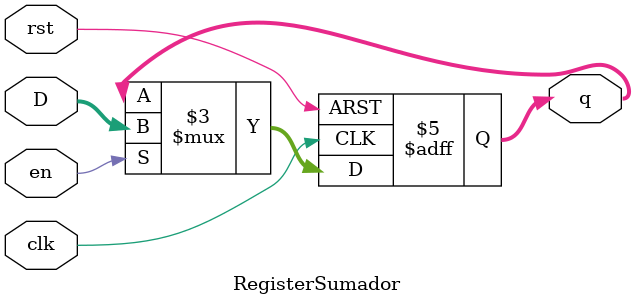
<source format=sv>
module RegisterSumador #(parameter N = 2)(input logic clk, rst, en,
											  input logic [N-1:0] D,
											  output logic [N-1:0] q);
											  
											  
always_ff @(negedge clk or posedge rst)
	if (rst) q = 2'b00;
	
	else if (en)
		q = D;
	
	
									
endmodule
</source>
